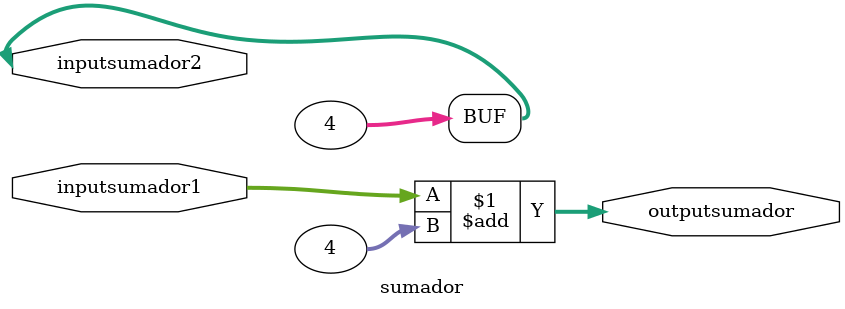
<source format=v>
module sumador(
	input[31:0]inputsumador1,inputsumador2,
	output[31:0]outputsumador
);

assign inputsumador2 = 4;
assign outputsumador = inputsumador1 + inputsumador2;

endmodule

</source>
